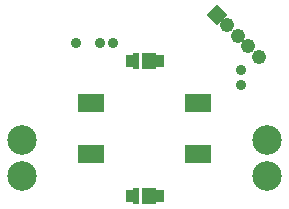
<source format=gts>
G04 Layer_Color=8388736*
%FSLAX25Y25*%
%MOIN*%
G70*
G01*
G75*
%ADD26R,0.03359X0.03950*%
%ADD27R,0.04816X0.05288*%
%ADD28R,0.01981X0.05288*%
%ADD29R,0.09068X0.05918*%
%ADD30C,0.04761*%
G04:AMPARAMS|DCode=31|XSize=47.59mil|YSize=47.61mil|CornerRadius=0mil|HoleSize=0mil|Usage=FLASHONLY|Rotation=315.000|XOffset=0mil|YOffset=0mil|HoleType=Round|Shape=Rectangle|*
%AMROTATEDRECTD31*
4,1,4,-0.03366,-0.00001,0.00001,0.03366,0.03366,0.00001,-0.00001,-0.03366,-0.03366,-0.00001,0.0*
%
%ADD31ROTATEDRECTD31*%

%ADD32C,0.09855*%
%ADD33C,0.03500*%
D26*
X-4648Y22500D02*
D03*
X4742D02*
D03*
X-4648Y-22500D02*
D03*
X4742D02*
D03*
D27*
X1494Y22500D02*
D03*
Y-22500D02*
D03*
D28*
X-2876Y22500D02*
D03*
Y-22500D02*
D03*
D29*
X17913Y8465D02*
D03*
X-17913D02*
D03*
X17913Y-8465D02*
D03*
X-17913D02*
D03*
D30*
X27536Y34464D02*
D03*
X38142Y23858D02*
D03*
X31071Y30929D02*
D03*
X34607Y27393D02*
D03*
D31*
X24000Y38000D02*
D03*
D32*
X-40945Y-3701D02*
D03*
Y-15905D02*
D03*
X40945Y-3701D02*
D03*
Y-15905D02*
D03*
D33*
X-15000Y28500D02*
D03*
X-10500D02*
D03*
X32000Y14500D02*
D03*
Y19500D02*
D03*
X-23000Y28500D02*
D03*
M02*

</source>
